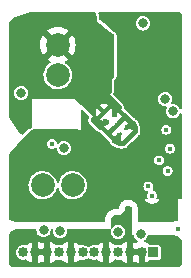
<source format=gbr>
%TF.GenerationSoftware,KiCad,Pcbnew,(6.0.5)*%
%TF.CreationDate,2023-11-22T15:12:11+07:00*%
%TF.ProjectId,lidar,6c696461-722e-46b6-9963-61645f706362,rev?*%
%TF.SameCoordinates,Original*%
%TF.FileFunction,Copper,L2,Inr*%
%TF.FilePolarity,Positive*%
%FSLAX46Y46*%
G04 Gerber Fmt 4.6, Leading zero omitted, Abs format (unit mm)*
G04 Created by KiCad (PCBNEW (6.0.5)) date 2023-11-22 15:12:11*
%MOMM*%
%LPD*%
G01*
G04 APERTURE LIST*
%TA.AperFunction,ComponentPad*%
%ADD10C,0.400000*%
%TD*%
%TA.AperFunction,ComponentPad*%
%ADD11R,0.850000X0.850000*%
%TD*%
%TA.AperFunction,ComponentPad*%
%ADD12O,0.850000X0.850000*%
%TD*%
%TA.AperFunction,ComponentPad*%
%ADD13C,2.000000*%
%TD*%
%TA.AperFunction,ViaPad*%
%ADD14C,0.400000*%
%TD*%
%TA.AperFunction,ViaPad*%
%ADD15C,0.800000*%
%TD*%
G04 APERTURE END LIST*
D10*
%TO.N,GND1*%
%TO.C,U1*%
X137275216Y-83724784D03*
X138000000Y-83000000D03*
X138724784Y-82275216D03*
X136921662Y-81921662D03*
X139078338Y-84078338D03*
%TD*%
D11*
%TO.N,/SCL_S*%
%TO.C,J1*%
X141100000Y-93800000D03*
D12*
%TO.N,GND3*%
X140100000Y-93800000D03*
X139100000Y-93800000D03*
%TO.N,/GP1*%
X138100000Y-93800000D03*
%TO.N,GND3*%
X137100000Y-93800000D03*
%TO.N,/VDD_EXT_3P3*%
X136100000Y-93800000D03*
%TO.N,/VSYNC_RST*%
X135100000Y-93800000D03*
%TO.N,GND3*%
X134100000Y-93800000D03*
%TO.N,/GP2*%
X133100000Y-93800000D03*
%TO.N,GND3*%
X132100000Y-93800000D03*
X131100000Y-93800000D03*
%TO.N,/SDA_S*%
X130100000Y-93800000D03*
%TD*%
D13*
%TO.N,GND1*%
%TO.C,D2*%
X133000000Y-76230000D03*
%TO.N,Net-(D2-Pad2)*%
X133000000Y-78770000D03*
%TD*%
%TO.N,/VDD_LED*%
%TO.C,D1*%
X131730000Y-88100000D03*
%TO.N,Net-(D1-PadC)*%
X134270000Y-88100000D03*
%TD*%
D14*
%TO.N,GND1*%
X139000000Y-83100000D03*
X137000000Y-82700000D03*
X137921662Y-84078338D03*
X137856274Y-81891352D03*
%TO.N,GND3*%
X143200000Y-91800000D03*
D15*
X140200000Y-74400000D03*
D14*
%TO.N,GND*%
X130600000Y-90900000D03*
D15*
X140200000Y-75600000D03*
D14*
X129400000Y-90400000D03*
X131700000Y-84300000D03*
D15*
X141000000Y-77500000D03*
D14*
X129400000Y-85700000D03*
X139800000Y-89000000D03*
X132600000Y-85700000D03*
D15*
%TO.N,/VDD_LED*%
X140026944Y-92226944D03*
X131800000Y-91900000D03*
D14*
%TO.N,GND2*%
X140979122Y-88979122D03*
D15*
X133513000Y-84979000D03*
%TO.N,/IOVDD_DUT*%
X142750000Y-81850000D03*
D14*
X140674500Y-88200000D03*
%TO.N,/SCL_S*%
X142500000Y-85000000D03*
%TO.N,/SDA_S*%
X132500000Y-84600000D03*
X142200000Y-83400000D03*
D15*
%TO.N,/GP1*%
X138100000Y-92050500D03*
D14*
X142300000Y-86900000D03*
%TO.N,/GP2*%
X141600000Y-86000000D03*
D15*
X133200000Y-92000000D03*
%TO.N,/VSYNC_RST*%
X142100000Y-80800000D03*
X129900000Y-80300000D03*
%TD*%
%TA.AperFunction,Conductor*%
%TO.N,GND*%
G36*
X133946903Y-83385602D02*
G01*
X133946904Y-83385602D01*
X135600000Y-83400000D01*
X136150000Y-83450000D01*
X138150000Y-85450000D01*
X138200000Y-88200000D01*
X138200000Y-88700000D01*
X137900000Y-88900000D01*
X137900000Y-89200000D01*
X137600000Y-89200000D01*
X137000000Y-89600000D01*
X137000000Y-91000000D01*
X136500000Y-91200000D01*
X129566262Y-91200000D01*
X129558307Y-91199680D01*
X129410046Y-91187728D01*
X129394355Y-91185182D01*
X129249894Y-91149629D01*
X129242285Y-91147428D01*
X129171640Y-91123880D01*
X129057335Y-91085778D01*
X129043122Y-91079772D01*
X128953969Y-91033597D01*
X128910994Y-90990047D01*
X128900500Y-90945689D01*
X128900500Y-88068440D01*
X130524770Y-88068440D01*
X130539200Y-88288604D01*
X130540316Y-88292997D01*
X130540316Y-88292999D01*
X130563873Y-88385754D01*
X130593511Y-88502452D01*
X130685883Y-88702821D01*
X130813222Y-88883002D01*
X130971264Y-89036961D01*
X131154717Y-89159540D01*
X131357436Y-89246635D01*
X131435165Y-89264223D01*
X131568206Y-89294328D01*
X131568211Y-89294329D01*
X131572632Y-89295329D01*
X131682865Y-89299660D01*
X131788565Y-89303813D01*
X131788566Y-89303813D01*
X131793098Y-89303991D01*
X132011452Y-89272331D01*
X132015751Y-89270872D01*
X132015754Y-89270871D01*
X132216078Y-89202870D01*
X132220379Y-89201410D01*
X132291944Y-89161332D01*
X132408925Y-89095819D01*
X132412884Y-89093602D01*
X132582518Y-88952518D01*
X132723602Y-88782884D01*
X132831410Y-88590379D01*
X132902331Y-88381452D01*
X132903763Y-88371575D01*
X132930826Y-88316700D01*
X132984976Y-88288213D01*
X133045528Y-88296995D01*
X133089353Y-88339691D01*
X133097691Y-88361414D01*
X133133511Y-88502452D01*
X133225883Y-88702821D01*
X133353222Y-88883002D01*
X133511264Y-89036961D01*
X133694717Y-89159540D01*
X133897436Y-89246635D01*
X133975165Y-89264223D01*
X134108206Y-89294328D01*
X134108211Y-89294329D01*
X134112632Y-89295329D01*
X134222865Y-89299660D01*
X134328565Y-89303813D01*
X134328566Y-89303813D01*
X134333098Y-89303991D01*
X134551452Y-89272331D01*
X134555751Y-89270872D01*
X134555754Y-89270871D01*
X134756078Y-89202870D01*
X134760379Y-89201410D01*
X134831944Y-89161332D01*
X134948925Y-89095819D01*
X134952884Y-89093602D01*
X135122518Y-88952518D01*
X135263602Y-88782884D01*
X135371410Y-88590379D01*
X135442331Y-88381452D01*
X135455156Y-88292999D01*
X135473571Y-88165997D01*
X135473571Y-88165991D01*
X135473991Y-88163098D01*
X135475643Y-88100000D01*
X135455454Y-87880289D01*
X135395565Y-87667936D01*
X135393557Y-87663864D01*
X135393555Y-87663859D01*
X135299988Y-87474125D01*
X135297980Y-87470053D01*
X135165967Y-87293267D01*
X135003949Y-87143499D01*
X134817350Y-87025764D01*
X134612421Y-86944006D01*
X134396024Y-86900962D01*
X134287347Y-86899539D01*
X134179946Y-86898133D01*
X134179941Y-86898133D01*
X134175406Y-86898074D01*
X134170933Y-86898843D01*
X134170928Y-86898843D01*
X133962435Y-86934668D01*
X133962429Y-86934670D01*
X133957957Y-86935438D01*
X133930176Y-86945687D01*
X133755220Y-87010231D01*
X133755217Y-87010232D01*
X133750957Y-87011804D01*
X133747054Y-87014126D01*
X133747052Y-87014127D01*
X133727492Y-87025764D01*
X133561341Y-87124614D01*
X133557926Y-87127609D01*
X133557923Y-87127611D01*
X133450036Y-87222225D01*
X133395457Y-87270090D01*
X133258863Y-87443360D01*
X133156131Y-87638620D01*
X133154787Y-87642949D01*
X133154786Y-87642952D01*
X133093402Y-87840641D01*
X133058089Y-87890608D01*
X133000151Y-87910276D01*
X132941718Y-87892132D01*
X132903572Y-87838157D01*
X132856798Y-87672308D01*
X132855565Y-87667936D01*
X132853557Y-87663864D01*
X132853555Y-87663859D01*
X132759988Y-87474125D01*
X132757980Y-87470053D01*
X132625967Y-87293267D01*
X132463949Y-87143499D01*
X132277350Y-87025764D01*
X132072421Y-86944006D01*
X131856024Y-86900962D01*
X131747347Y-86899539D01*
X131639946Y-86898133D01*
X131639941Y-86898133D01*
X131635406Y-86898074D01*
X131630933Y-86898843D01*
X131630928Y-86898843D01*
X131422435Y-86934668D01*
X131422429Y-86934670D01*
X131417957Y-86935438D01*
X131390176Y-86945687D01*
X131215220Y-87010231D01*
X131215217Y-87010232D01*
X131210957Y-87011804D01*
X131207054Y-87014126D01*
X131207052Y-87014127D01*
X131187492Y-87025764D01*
X131021341Y-87124614D01*
X131017926Y-87127609D01*
X131017923Y-87127611D01*
X130910036Y-87222225D01*
X130855457Y-87270090D01*
X130718863Y-87443360D01*
X130616131Y-87638620D01*
X130550703Y-87849333D01*
X130550169Y-87853843D01*
X130550169Y-87853844D01*
X130547039Y-87880289D01*
X130524770Y-88068440D01*
X128900500Y-88068440D01*
X128900500Y-85468305D01*
X128922504Y-85406075D01*
X129073030Y-85219835D01*
X129073784Y-85218915D01*
X129087986Y-85201769D01*
X129089529Y-85199950D01*
X129104161Y-85183127D01*
X129104950Y-85182231D01*
X129245493Y-85024523D01*
X129564051Y-84667056D01*
X129564390Y-84666678D01*
X129571181Y-84659142D01*
X129571835Y-84658423D01*
X129578844Y-84650815D01*
X129579146Y-84650489D01*
X129626173Y-84600000D01*
X132074258Y-84600000D01*
X132075477Y-84607697D01*
X132087270Y-84682154D01*
X132095095Y-84731562D01*
X132098631Y-84738501D01*
X132098631Y-84738502D01*
X132141297Y-84822238D01*
X132155567Y-84850245D01*
X132249755Y-84944433D01*
X132256692Y-84947968D01*
X132256694Y-84947969D01*
X132330224Y-84985434D01*
X132368438Y-85004905D01*
X132376131Y-85006124D01*
X132376133Y-85006124D01*
X132492303Y-85024523D01*
X132500000Y-85025742D01*
X132507697Y-85024523D01*
X132623867Y-85006124D01*
X132623869Y-85006124D01*
X132631562Y-85004905D01*
X132669776Y-84985434D01*
X132743302Y-84947971D01*
X132743305Y-84947969D01*
X132750245Y-84944433D01*
X132755096Y-84939582D01*
X132812838Y-84920821D01*
X132871029Y-84939728D01*
X132906993Y-84989228D01*
X132910991Y-85006899D01*
X132927956Y-85135762D01*
X132988464Y-85281841D01*
X133084718Y-85407282D01*
X133210159Y-85503536D01*
X133356238Y-85564044D01*
X133513000Y-85584682D01*
X133669762Y-85564044D01*
X133815841Y-85503536D01*
X133941282Y-85407282D01*
X134037536Y-85281841D01*
X134098044Y-85135762D01*
X134115737Y-85001369D01*
X134117835Y-84985434D01*
X134118682Y-84979000D01*
X134098044Y-84822238D01*
X134037536Y-84676159D01*
X133941282Y-84550718D01*
X133815841Y-84454464D01*
X133669762Y-84393956D01*
X133513000Y-84373318D01*
X133356238Y-84393956D01*
X133210159Y-84454464D01*
X133084718Y-84550718D01*
X133080764Y-84555871D01*
X133078294Y-84558341D01*
X133023777Y-84586118D01*
X132963345Y-84576547D01*
X132920080Y-84533282D01*
X132910509Y-84503822D01*
X132906124Y-84476134D01*
X132906124Y-84476133D01*
X132904905Y-84468438D01*
X132844433Y-84349755D01*
X132750245Y-84255567D01*
X132743308Y-84252032D01*
X132743306Y-84252031D01*
X132638502Y-84198631D01*
X132638501Y-84198631D01*
X132631562Y-84195095D01*
X132623869Y-84193876D01*
X132623867Y-84193876D01*
X132507697Y-84175477D01*
X132500000Y-84174258D01*
X132492303Y-84175477D01*
X132376133Y-84193876D01*
X132376131Y-84193876D01*
X132368438Y-84195095D01*
X132361499Y-84198631D01*
X132361498Y-84198631D01*
X132256694Y-84252031D01*
X132256692Y-84252032D01*
X132249755Y-84255567D01*
X132155567Y-84349755D01*
X132095095Y-84468438D01*
X132093876Y-84476131D01*
X132093876Y-84476133D01*
X132076457Y-84586118D01*
X132074258Y-84600000D01*
X129626173Y-84600000D01*
X130479338Y-83684026D01*
X130486712Y-83676890D01*
X130631099Y-83550970D01*
X130647854Y-83539171D01*
X130810581Y-83448193D01*
X130829403Y-83440101D01*
X131007364Y-83384585D01*
X131027456Y-83380539D01*
X131218187Y-83362367D01*
X131228439Y-83361925D01*
X133946903Y-83385602D01*
G37*
%TD.AperFunction*%
%TD*%
%TA.AperFunction,Conductor*%
%TO.N,GND1*%
G36*
X135910854Y-73401719D02*
G01*
X136008119Y-73417124D01*
X136037577Y-73426696D01*
X136121142Y-73469275D01*
X136146201Y-73487480D01*
X136212520Y-73553799D01*
X136230725Y-73578858D01*
X136273304Y-73662423D01*
X136282876Y-73691881D01*
X136299661Y-73797857D01*
X136300000Y-73800353D01*
X136300000Y-74200000D01*
X136614524Y-74447126D01*
X136614527Y-74447129D01*
X137113731Y-74839360D01*
X137651861Y-75262177D01*
X137654118Y-75264005D01*
X137696570Y-75299461D01*
X137700960Y-75303357D01*
X137728892Y-75329669D01*
X137741005Y-75341079D01*
X137755437Y-75358138D01*
X137776064Y-75389008D01*
X137790847Y-75424696D01*
X137798098Y-75461150D01*
X137800000Y-75480464D01*
X137800000Y-78748827D01*
X137798098Y-78768140D01*
X137777853Y-78869921D01*
X137763071Y-78905608D01*
X137700000Y-79000000D01*
X137600000Y-79100000D01*
X137600000Y-80048827D01*
X137598098Y-80068140D01*
X137577853Y-80169921D01*
X137563071Y-80205608D01*
X137500000Y-80300000D01*
X137400000Y-80400000D01*
X137496493Y-80503386D01*
X137496494Y-80503387D01*
X137500821Y-80508023D01*
X138420808Y-81493723D01*
X138446691Y-81549165D01*
X138435042Y-81609231D01*
X138409620Y-81633921D01*
X138410767Y-81635056D01*
X138391658Y-81654366D01*
X138396798Y-81664388D01*
X138724784Y-81992373D01*
X139339093Y-82606683D01*
X139350979Y-82612739D01*
X139354473Y-82612186D01*
X139414905Y-82621758D01*
X139439963Y-82639963D01*
X139496565Y-82696565D01*
X139503089Y-82703764D01*
X139616928Y-82842478D01*
X139627710Y-82858615D01*
X139709997Y-83012563D01*
X139717424Y-83030491D01*
X139768099Y-83197544D01*
X139771884Y-83216575D01*
X139788993Y-83390297D01*
X139788993Y-83409703D01*
X139771884Y-83583425D01*
X139768098Y-83602458D01*
X139743006Y-83685175D01*
X139738692Y-83683866D01*
X139729493Y-83714157D01*
X139698908Y-83742606D01*
X139693981Y-83745537D01*
X139078338Y-84361181D01*
X138750578Y-84688940D01*
X138745765Y-84698387D01*
X138702501Y-84741653D01*
X138686850Y-84748010D01*
X138598011Y-84775532D01*
X138579232Y-84779406D01*
X138405792Y-84797935D01*
X138386625Y-84798116D01*
X138289064Y-84789551D01*
X138212867Y-84782862D01*
X138194018Y-84779343D01*
X138026464Y-84730880D01*
X138008647Y-84723793D01*
X137853581Y-84643940D01*
X137837466Y-84633554D01*
X137696899Y-84522295D01*
X137689684Y-84515991D01*
X137633856Y-84462231D01*
X137605055Y-84408248D01*
X137604828Y-84374921D01*
X137609290Y-84347672D01*
X137603168Y-84335578D01*
X136993170Y-83725581D01*
X137563091Y-83725581D01*
X137563888Y-83730613D01*
X137889524Y-84056250D01*
X137899676Y-84061423D01*
X137905220Y-84055879D01*
X137961888Y-83914911D01*
X137964955Y-83903464D01*
X137980571Y-83793744D01*
X138007489Y-83738798D01*
X138061562Y-83710168D01*
X138068230Y-83709237D01*
X138080367Y-83707961D01*
X138235769Y-83672369D01*
X138246919Y-83668355D01*
X138304258Y-83639516D01*
X138364739Y-83630261D01*
X138419110Y-83658324D01*
X138446602Y-83712985D01*
X138440978Y-83763922D01*
X138389712Y-83895411D01*
X138386765Y-83906888D01*
X138365957Y-84064949D01*
X138365832Y-84076807D01*
X138383327Y-84235264D01*
X138386034Y-84246805D01*
X138440821Y-84396519D01*
X138445911Y-84406510D01*
X138456213Y-84414588D01*
X138456327Y-84414592D01*
X138463398Y-84410436D01*
X139078338Y-83795495D01*
X139406137Y-83467697D01*
X139411435Y-83457299D01*
X139403718Y-83449460D01*
X139339200Y-83415301D01*
X139328136Y-83411054D01*
X139173516Y-83372216D01*
X139161759Y-83370731D01*
X139002331Y-83369896D01*
X138990563Y-83371258D01*
X138835538Y-83408475D01*
X138824431Y-83412606D01*
X138774308Y-83438476D01*
X138713927Y-83448364D01*
X138659266Y-83420872D01*
X138631203Y-83366502D01*
X138637046Y-83313577D01*
X138686672Y-83190127D01*
X138689739Y-83178680D01*
X138705355Y-83068960D01*
X138732273Y-83014014D01*
X138786346Y-82985384D01*
X138793014Y-82984453D01*
X138805151Y-82983177D01*
X138960553Y-82947585D01*
X138971703Y-82943571D01*
X139049910Y-82904237D01*
X139057940Y-82896290D01*
X139052738Y-82886013D01*
X138735870Y-82569145D01*
X138723987Y-82563091D01*
X138718955Y-82563887D01*
X138337289Y-82945553D01*
X138000000Y-83282843D01*
X137612505Y-83670337D01*
X137569146Y-83713696D01*
X137563091Y-83725581D01*
X136993170Y-83725581D01*
X136992373Y-83724784D01*
X136661339Y-83393749D01*
X136649456Y-83387695D01*
X136648788Y-83387800D01*
X136648406Y-83388132D01*
X136592064Y-83411990D01*
X136532459Y-83398174D01*
X136514853Y-83384673D01*
X136330211Y-83206870D01*
X135859910Y-82753987D01*
X135847186Y-82739031D01*
X135832042Y-82717157D01*
X135817368Y-82695962D01*
X135801902Y-82660067D01*
X135793158Y-82618665D01*
X135792789Y-82579582D01*
X135799830Y-82542827D01*
X136588521Y-82542827D01*
X136596011Y-82550516D01*
X136653870Y-82581931D01*
X136664889Y-82586293D01*
X136819101Y-82626750D01*
X136830834Y-82628357D01*
X136990248Y-82630861D01*
X137002028Y-82629623D01*
X137157431Y-82594031D01*
X137168581Y-82590017D01*
X137225920Y-82561178D01*
X137286401Y-82551923D01*
X137340772Y-82579986D01*
X137368264Y-82634647D01*
X137362640Y-82685584D01*
X137311374Y-82817073D01*
X137308427Y-82828550D01*
X137295038Y-82930250D01*
X137268697Y-82985475D01*
X137214926Y-83014670D01*
X137205127Y-83015545D01*
X137205140Y-83015656D01*
X137187441Y-83017704D01*
X137032416Y-83054921D01*
X137021312Y-83059050D01*
X136950169Y-83095771D01*
X136942090Y-83103934D01*
X136947230Y-83113956D01*
X137264128Y-83430853D01*
X137276014Y-83436909D01*
X137281045Y-83436113D01*
X137662711Y-83054447D01*
X138000000Y-82717157D01*
X138387495Y-82329663D01*
X138430854Y-82286304D01*
X138436909Y-82274419D01*
X138436112Y-82269387D01*
X138110910Y-81944184D01*
X138099023Y-81938127D01*
X138098355Y-81938233D01*
X138095879Y-81940381D01*
X138094068Y-81943758D01*
X138036158Y-82092289D01*
X138033211Y-82103766D01*
X138019822Y-82205466D01*
X137993481Y-82260691D01*
X137939710Y-82289886D01*
X137929911Y-82290761D01*
X137929924Y-82290872D01*
X137912225Y-82292920D01*
X137757200Y-82330137D01*
X137746093Y-82334268D01*
X137695970Y-82360138D01*
X137635589Y-82370026D01*
X137580928Y-82342534D01*
X137552865Y-82288164D01*
X137558708Y-82235239D01*
X137608334Y-82111789D01*
X137611401Y-82100342D01*
X137634248Y-81939816D01*
X137634740Y-81933353D01*
X137634828Y-81924894D01*
X137634473Y-81918450D01*
X137614992Y-81757462D01*
X137612166Y-81745959D01*
X137555812Y-81596822D01*
X137553092Y-81591620D01*
X137544352Y-81584914D01*
X137543957Y-81584904D01*
X137537304Y-81588862D01*
X137204505Y-81921662D01*
X136921662Y-82204505D01*
X136593903Y-82532263D01*
X136588521Y-82542827D01*
X135799830Y-82542827D01*
X135800750Y-82538023D01*
X135815537Y-82501841D01*
X135850000Y-82450000D01*
X136000000Y-82300000D01*
X135620131Y-81920131D01*
X136209156Y-81920131D01*
X136226651Y-82078588D01*
X136229358Y-82090129D01*
X136284145Y-82239843D01*
X136289235Y-82249834D01*
X136299537Y-82257912D01*
X136299651Y-82257916D01*
X136306723Y-82253759D01*
X136627731Y-81932750D01*
X136633787Y-81920864D01*
X136632991Y-81915833D01*
X136307788Y-81590630D01*
X136295901Y-81584573D01*
X136295233Y-81584679D01*
X136292757Y-81586827D01*
X136290946Y-81590204D01*
X136233036Y-81738735D01*
X136230089Y-81750212D01*
X136209281Y-81908273D01*
X136209156Y-81920131D01*
X135620131Y-81920131D01*
X135000812Y-81300812D01*
X136588536Y-81300812D01*
X136593676Y-81310834D01*
X136910574Y-81627731D01*
X136922460Y-81633787D01*
X136927491Y-81632991D01*
X137249458Y-81311024D01*
X137254758Y-81300623D01*
X137247042Y-81292784D01*
X137182524Y-81258625D01*
X137171460Y-81254378D01*
X137016840Y-81215540D01*
X137005083Y-81214055D01*
X136845655Y-81213220D01*
X136833887Y-81214582D01*
X136678862Y-81251799D01*
X136667758Y-81255928D01*
X136596615Y-81292649D01*
X136588536Y-81300812D01*
X135000812Y-81300812D01*
X134500000Y-80800000D01*
X130800000Y-80800000D01*
X130800000Y-83163855D01*
X130781093Y-83222046D01*
X130740105Y-83254805D01*
X130729415Y-83259401D01*
X130710298Y-83268823D01*
X130646145Y-83304690D01*
X130548706Y-83359166D01*
X130548693Y-83359173D01*
X130547571Y-83359801D01*
X130529533Y-83371152D01*
X130512778Y-83382951D01*
X130510584Y-83384673D01*
X130497055Y-83395289D01*
X130497045Y-83395297D01*
X130496031Y-83396093D01*
X130351644Y-83522013D01*
X130343804Y-83529216D01*
X130336430Y-83536352D01*
X130328963Y-83543963D01*
X130328529Y-83544429D01*
X130328506Y-83544453D01*
X130239962Y-83639516D01*
X130100985Y-83788725D01*
X130047490Y-83818418D01*
X129986756Y-83810997D01*
X129980908Y-83808034D01*
X129894269Y-83760458D01*
X129877916Y-83749207D01*
X129787252Y-83672369D01*
X129767768Y-83655856D01*
X129753988Y-83641568D01*
X129745088Y-83630261D01*
X129708219Y-83583425D01*
X129661595Y-83524195D01*
X129655847Y-83516087D01*
X128982326Y-82457031D01*
X128977783Y-82449100D01*
X128911419Y-82319765D01*
X128900500Y-82274569D01*
X128900500Y-80300000D01*
X129294318Y-80300000D01*
X129314956Y-80456762D01*
X129375464Y-80602841D01*
X129471718Y-80728282D01*
X129597159Y-80824536D01*
X129743238Y-80885044D01*
X129900000Y-80905682D01*
X130056762Y-80885044D01*
X130202841Y-80824536D01*
X130328282Y-80728282D01*
X130424536Y-80602841D01*
X130485044Y-80456762D01*
X130505682Y-80300000D01*
X130485044Y-80143238D01*
X130424536Y-79997159D01*
X130328282Y-79871718D01*
X130202841Y-79775464D01*
X130056762Y-79714956D01*
X129900000Y-79694318D01*
X129743238Y-79714956D01*
X129597159Y-79775464D01*
X129471718Y-79871718D01*
X129375464Y-79997159D01*
X129314956Y-80143238D01*
X129294318Y-80300000D01*
X128900500Y-80300000D01*
X128900500Y-78738440D01*
X131794770Y-78738440D01*
X131800428Y-78824760D01*
X131805727Y-78905608D01*
X131809200Y-78958604D01*
X131810316Y-78962997D01*
X131810316Y-78962999D01*
X131833873Y-79055754D01*
X131863511Y-79172452D01*
X131955883Y-79372821D01*
X132083222Y-79553002D01*
X132241264Y-79706961D01*
X132424717Y-79829540D01*
X132627436Y-79916635D01*
X132705165Y-79934223D01*
X132838206Y-79964328D01*
X132838211Y-79964329D01*
X132842632Y-79965329D01*
X132952865Y-79969660D01*
X133058565Y-79973813D01*
X133058566Y-79973813D01*
X133063098Y-79973991D01*
X133281452Y-79942331D01*
X133285751Y-79940872D01*
X133285754Y-79940871D01*
X133486078Y-79872870D01*
X133490379Y-79871410D01*
X133496890Y-79867764D01*
X133661703Y-79775464D01*
X133682884Y-79763602D01*
X133852518Y-79622518D01*
X133993602Y-79452884D01*
X134101410Y-79260379D01*
X134172331Y-79051452D01*
X134185156Y-78962999D01*
X134203571Y-78835997D01*
X134203571Y-78835991D01*
X134203991Y-78833098D01*
X134205643Y-78770000D01*
X134203698Y-78748827D01*
X134185869Y-78554809D01*
X134185454Y-78550289D01*
X134125565Y-78337936D01*
X134123557Y-78333864D01*
X134123555Y-78333859D01*
X134029988Y-78144125D01*
X134027980Y-78140053D01*
X133895967Y-77963267D01*
X133867658Y-77937098D01*
X133737279Y-77816577D01*
X133737278Y-77816576D01*
X133733949Y-77813499D01*
X133651415Y-77761424D01*
X133612291Y-77714382D01*
X133608289Y-77653328D01*
X133640938Y-77601582D01*
X133666359Y-77586232D01*
X133683142Y-77579281D01*
X133690056Y-77575758D01*
X133860523Y-77471294D01*
X133868796Y-77461608D01*
X133864212Y-77453422D01*
X133011086Y-76600296D01*
X132999203Y-76594242D01*
X132994172Y-76595038D01*
X132137194Y-77452016D01*
X132131412Y-77463365D01*
X132137783Y-77470256D01*
X132309950Y-77575762D01*
X132316859Y-77579282D01*
X132332746Y-77585863D01*
X132379271Y-77625601D01*
X132393553Y-77685096D01*
X132370137Y-77741623D01*
X132345476Y-77762407D01*
X132291341Y-77794614D01*
X132287926Y-77797609D01*
X132287923Y-77797611D01*
X132180036Y-77892225D01*
X132125457Y-77940090D01*
X132122649Y-77943652D01*
X131994916Y-78105682D01*
X131988863Y-78113360D01*
X131886131Y-78308620D01*
X131820703Y-78519333D01*
X131820169Y-78523843D01*
X131820169Y-78523844D01*
X131817039Y-78550289D01*
X131794770Y-78738440D01*
X128900500Y-78738440D01*
X128900500Y-76233875D01*
X131487642Y-76233875D01*
X131505655Y-76462763D01*
X131506866Y-76470406D01*
X131560465Y-76693662D01*
X131562859Y-76701030D01*
X131650719Y-76913144D01*
X131654238Y-76920050D01*
X131758706Y-77090523D01*
X131768392Y-77098796D01*
X131776578Y-77094212D01*
X132629704Y-76241086D01*
X132634946Y-76230797D01*
X133364242Y-76230797D01*
X133365038Y-76235828D01*
X134222016Y-77092806D01*
X134233365Y-77098588D01*
X134240256Y-77092217D01*
X134345762Y-76920050D01*
X134349281Y-76913144D01*
X134437141Y-76701030D01*
X134439535Y-76693662D01*
X134493134Y-76470406D01*
X134494345Y-76462763D01*
X134512358Y-76233875D01*
X134512358Y-76226125D01*
X134494345Y-75997237D01*
X134493134Y-75989594D01*
X134439535Y-75766338D01*
X134437141Y-75758970D01*
X134349281Y-75546856D01*
X134345762Y-75539950D01*
X134241294Y-75369477D01*
X134231608Y-75361204D01*
X134223422Y-75365788D01*
X133370296Y-76218914D01*
X133364242Y-76230797D01*
X132634946Y-76230797D01*
X132635758Y-76229203D01*
X132634962Y-76224172D01*
X131777984Y-75367194D01*
X131766635Y-75361412D01*
X131759744Y-75367783D01*
X131654238Y-75539950D01*
X131650719Y-75546856D01*
X131562859Y-75758970D01*
X131560465Y-75766338D01*
X131506866Y-75989594D01*
X131505655Y-75997237D01*
X131487642Y-76226125D01*
X131487642Y-76233875D01*
X128900500Y-76233875D01*
X128900500Y-74998392D01*
X132131204Y-74998392D01*
X132135788Y-75006578D01*
X132988914Y-75859704D01*
X133000797Y-75865758D01*
X133005828Y-75864962D01*
X133862806Y-75007984D01*
X133868588Y-74996635D01*
X133862217Y-74989744D01*
X133690050Y-74884238D01*
X133683144Y-74880719D01*
X133471030Y-74792859D01*
X133463662Y-74790465D01*
X133240406Y-74736866D01*
X133232763Y-74735655D01*
X133003875Y-74717642D01*
X132996125Y-74717642D01*
X132767237Y-74735655D01*
X132759594Y-74736866D01*
X132536338Y-74790465D01*
X132528970Y-74792859D01*
X132316856Y-74880719D01*
X132309950Y-74884238D01*
X132139477Y-74988706D01*
X132131204Y-74998392D01*
X128900500Y-74998392D01*
X128900500Y-74309491D01*
X128913314Y-74260777D01*
X128913353Y-74260708D01*
X128924884Y-74244401D01*
X129047821Y-74103249D01*
X129062876Y-74089220D01*
X129212333Y-73976538D01*
X129229959Y-73965927D01*
X129404189Y-73884376D01*
X129413736Y-73880500D01*
X130636991Y-73456502D01*
X130644897Y-73454126D01*
X130794315Y-73415935D01*
X130810582Y-73413195D01*
X130958299Y-73400844D01*
X130966548Y-73400500D01*
X135895367Y-73400500D01*
X135910854Y-73401719D01*
G37*
%TD.AperFunction*%
%TD*%
%TA.AperFunction,Conductor*%
%TO.N,GND3*%
G36*
X139009561Y-89837413D02*
G01*
X139050658Y-89845587D01*
X139095492Y-89854505D01*
X139131178Y-89869287D01*
X139151927Y-89883151D01*
X139195759Y-89912439D01*
X139223072Y-89939752D01*
X139248821Y-89978287D01*
X139266223Y-90004331D01*
X139281006Y-90040020D01*
X139298098Y-90125950D01*
X139300000Y-90145263D01*
X139300000Y-92335511D01*
X139435555Y-92335511D01*
X139441900Y-92383706D01*
X139502408Y-92529785D01*
X139598662Y-92655226D01*
X139724103Y-92751480D01*
X139730100Y-92753964D01*
X139737622Y-92757080D01*
X139784148Y-92796816D01*
X139798432Y-92856310D01*
X139775018Y-92912839D01*
X139740004Y-92938985D01*
X139640267Y-92983391D01*
X139579417Y-92989787D01*
X139559733Y-92983391D01*
X139394639Y-92909886D01*
X139384830Y-92906699D01*
X139369338Y-92903406D01*
X139356250Y-92904782D01*
X139354000Y-92913179D01*
X139354000Y-93530320D01*
X139358122Y-93543005D01*
X139362243Y-93546000D01*
X140255000Y-93546000D01*
X140313191Y-93564907D01*
X140349155Y-93614407D01*
X140354000Y-93645000D01*
X140354000Y-94684174D01*
X140358067Y-94696690D01*
X140366746Y-94697145D01*
X140384830Y-94693301D01*
X140394639Y-94690114D01*
X140564336Y-94614560D01*
X140573261Y-94609407D01*
X140723540Y-94500223D01*
X140731215Y-94493312D01*
X140762780Y-94458256D01*
X140815768Y-94427663D01*
X140836351Y-94425500D01*
X141544748Y-94425500D01*
X141570995Y-94420279D01*
X141593666Y-94415770D01*
X141593668Y-94415769D01*
X141603231Y-94413867D01*
X141669552Y-94369552D01*
X141713867Y-94303231D01*
X141725500Y-94244748D01*
X141725500Y-93355252D01*
X141713867Y-93296769D01*
X141669552Y-93230448D01*
X141603231Y-93186133D01*
X141593668Y-93184231D01*
X141593666Y-93184230D01*
X141570995Y-93179721D01*
X141544748Y-93174500D01*
X140836351Y-93174500D01*
X140778160Y-93155593D01*
X140762780Y-93141744D01*
X140731215Y-93106688D01*
X140723540Y-93099777D01*
X140573261Y-92990593D01*
X140564336Y-92985440D01*
X140394640Y-92909887D01*
X140383009Y-92906108D01*
X140333508Y-92870145D01*
X140314600Y-92811954D01*
X140333506Y-92753763D01*
X140353333Y-92733411D01*
X140450073Y-92659180D01*
X140455226Y-92655226D01*
X140551480Y-92529785D01*
X140595076Y-92424536D01*
X140606637Y-92396625D01*
X140646374Y-92350100D01*
X140698101Y-92335511D01*
X142695139Y-92335511D01*
X142704843Y-92335988D01*
X142885388Y-92353770D01*
X142904418Y-92357556D01*
X142969409Y-92377270D01*
X143073353Y-92408801D01*
X143091283Y-92416228D01*
X143246969Y-92499444D01*
X143263106Y-92510226D01*
X143399573Y-92622221D01*
X143413290Y-92635938D01*
X143477028Y-92713603D01*
X143499500Y-92776408D01*
X143499500Y-94759103D01*
X143477028Y-94821908D01*
X143413290Y-94899573D01*
X143399573Y-94913290D01*
X143321908Y-94977028D01*
X143259103Y-94999500D01*
X129140897Y-94999500D01*
X129078092Y-94977028D01*
X129000427Y-94913290D01*
X128986710Y-94899573D01*
X128922972Y-94821908D01*
X128900500Y-94759103D01*
X128900500Y-93793402D01*
X129469941Y-93793402D01*
X129486554Y-93943883D01*
X129488606Y-93949490D01*
X129536530Y-94080451D01*
X129536532Y-94080455D01*
X129538582Y-94086057D01*
X129623022Y-94211716D01*
X129627434Y-94215731D01*
X129627437Y-94215734D01*
X129713083Y-94293666D01*
X129734998Y-94313607D01*
X129793137Y-94345174D01*
X129862801Y-94382999D01*
X129862803Y-94383000D01*
X129868047Y-94385847D01*
X129944798Y-94405982D01*
X130008717Y-94422751D01*
X130008721Y-94422751D01*
X130014486Y-94424264D01*
X130020447Y-94424358D01*
X130020450Y-94424358D01*
X130090175Y-94425453D01*
X130165863Y-94426642D01*
X130171679Y-94425310D01*
X130310499Y-94393516D01*
X130371442Y-94398955D01*
X130406173Y-94423773D01*
X130468790Y-94493317D01*
X130476460Y-94500223D01*
X130626739Y-94609407D01*
X130635664Y-94614560D01*
X130805361Y-94690114D01*
X130815170Y-94693301D01*
X130830662Y-94696594D01*
X130843750Y-94695218D01*
X130846000Y-94686821D01*
X130846000Y-94684174D01*
X131354000Y-94684174D01*
X131358067Y-94696690D01*
X131366746Y-94697145D01*
X131384830Y-94693301D01*
X131394639Y-94690114D01*
X131559733Y-94616609D01*
X131620583Y-94610213D01*
X131640267Y-94616609D01*
X131805361Y-94690114D01*
X131815170Y-94693301D01*
X131830662Y-94696594D01*
X131843750Y-94695218D01*
X131846000Y-94686821D01*
X131846000Y-94684174D01*
X132354000Y-94684174D01*
X132358067Y-94696690D01*
X132366746Y-94697145D01*
X132384830Y-94693301D01*
X132394639Y-94690114D01*
X132564336Y-94614560D01*
X132573261Y-94609407D01*
X132723540Y-94500223D01*
X132731210Y-94493317D01*
X132795276Y-94422164D01*
X132848264Y-94391571D01*
X132893969Y-94392648D01*
X132974854Y-94413867D01*
X133014486Y-94424264D01*
X133020447Y-94424358D01*
X133020450Y-94424358D01*
X133090175Y-94425453D01*
X133165863Y-94426642D01*
X133171679Y-94425310D01*
X133310499Y-94393516D01*
X133371442Y-94398955D01*
X133406173Y-94423773D01*
X133468790Y-94493317D01*
X133476460Y-94500223D01*
X133626739Y-94609407D01*
X133635664Y-94614560D01*
X133805361Y-94690114D01*
X133815170Y-94693301D01*
X133830662Y-94696594D01*
X133843750Y-94695218D01*
X133846000Y-94686821D01*
X133846000Y-94684174D01*
X134354000Y-94684174D01*
X134358067Y-94696690D01*
X134366746Y-94697145D01*
X134384830Y-94693301D01*
X134394639Y-94690114D01*
X134564336Y-94614560D01*
X134573261Y-94609407D01*
X134723540Y-94500223D01*
X134731210Y-94493317D01*
X134795276Y-94422164D01*
X134848264Y-94391571D01*
X134893969Y-94392648D01*
X134974854Y-94413867D01*
X135014486Y-94424264D01*
X135020447Y-94424358D01*
X135020450Y-94424358D01*
X135090175Y-94425453D01*
X135165863Y-94426642D01*
X135171679Y-94425310D01*
X135307614Y-94394177D01*
X135307617Y-94394176D01*
X135313437Y-94392843D01*
X135324337Y-94387361D01*
X135443355Y-94327502D01*
X135443357Y-94327501D01*
X135448689Y-94324819D01*
X135536364Y-94249937D01*
X135592891Y-94226522D01*
X135652386Y-94240805D01*
X135667280Y-94251988D01*
X135734998Y-94313607D01*
X135793137Y-94345174D01*
X135862801Y-94382999D01*
X135862803Y-94383000D01*
X135868047Y-94385847D01*
X135944798Y-94405982D01*
X136008717Y-94422751D01*
X136008721Y-94422751D01*
X136014486Y-94424264D01*
X136020447Y-94424358D01*
X136020450Y-94424358D01*
X136090175Y-94425453D01*
X136165863Y-94426642D01*
X136171679Y-94425310D01*
X136310499Y-94393516D01*
X136371442Y-94398955D01*
X136406173Y-94423773D01*
X136468790Y-94493317D01*
X136476460Y-94500223D01*
X136626739Y-94609407D01*
X136635664Y-94614560D01*
X136805361Y-94690114D01*
X136815170Y-94693301D01*
X136830662Y-94696594D01*
X136843750Y-94695218D01*
X136846000Y-94686821D01*
X136846000Y-94684174D01*
X137354000Y-94684174D01*
X137358067Y-94696690D01*
X137366746Y-94697145D01*
X137384830Y-94693301D01*
X137394639Y-94690114D01*
X137564336Y-94614560D01*
X137573261Y-94609407D01*
X137723540Y-94500223D01*
X137731210Y-94493317D01*
X137795276Y-94422164D01*
X137848264Y-94391571D01*
X137893969Y-94392648D01*
X137974854Y-94413867D01*
X138014486Y-94424264D01*
X138020447Y-94424358D01*
X138020450Y-94424358D01*
X138090175Y-94425453D01*
X138165863Y-94426642D01*
X138171679Y-94425310D01*
X138310499Y-94393516D01*
X138371442Y-94398955D01*
X138406173Y-94423773D01*
X138468790Y-94493317D01*
X138476460Y-94500223D01*
X138626739Y-94609407D01*
X138635664Y-94614560D01*
X138805361Y-94690114D01*
X138815170Y-94693301D01*
X138830662Y-94696594D01*
X138843750Y-94695218D01*
X138846000Y-94686821D01*
X138846000Y-94684174D01*
X139354000Y-94684174D01*
X139358067Y-94696690D01*
X139366746Y-94697145D01*
X139384830Y-94693301D01*
X139394639Y-94690114D01*
X139559733Y-94616609D01*
X139620583Y-94610213D01*
X139640267Y-94616609D01*
X139805361Y-94690114D01*
X139815170Y-94693301D01*
X139830662Y-94696594D01*
X139843750Y-94695218D01*
X139846000Y-94686821D01*
X139846000Y-94069680D01*
X139841878Y-94056995D01*
X139837757Y-94054000D01*
X139369680Y-94054000D01*
X139356995Y-94058122D01*
X139354000Y-94062243D01*
X139354000Y-94684174D01*
X138846000Y-94684174D01*
X138846000Y-92915826D01*
X138841933Y-92903310D01*
X138833254Y-92902855D01*
X138815170Y-92906699D01*
X138805361Y-92909886D01*
X138635671Y-92985437D01*
X138626732Y-92990598D01*
X138476465Y-93099773D01*
X138468785Y-93106688D01*
X138405140Y-93177373D01*
X138352152Y-93207966D01*
X138307451Y-93207146D01*
X138184762Y-93176328D01*
X138184759Y-93176328D01*
X138178972Y-93174874D01*
X138103276Y-93174478D01*
X138033545Y-93174113D01*
X138033543Y-93174113D01*
X138027579Y-93174082D01*
X138021776Y-93175475D01*
X138021777Y-93175475D01*
X137891058Y-93206857D01*
X137830061Y-93202056D01*
X137794375Y-93176835D01*
X137731215Y-93106687D01*
X137723540Y-93099777D01*
X137573261Y-92990593D01*
X137564336Y-92985440D01*
X137394639Y-92909886D01*
X137384830Y-92906699D01*
X137369338Y-92903406D01*
X137356250Y-92904782D01*
X137354000Y-92913179D01*
X137354000Y-94684174D01*
X136846000Y-94684174D01*
X136846000Y-92915826D01*
X136841933Y-92903310D01*
X136833254Y-92902855D01*
X136815170Y-92906699D01*
X136805361Y-92909886D01*
X136635671Y-92985437D01*
X136626732Y-92990598D01*
X136476465Y-93099773D01*
X136468785Y-93106688D01*
X136405140Y-93177373D01*
X136352152Y-93207966D01*
X136307451Y-93207146D01*
X136184762Y-93176328D01*
X136184759Y-93176328D01*
X136178972Y-93174874D01*
X136103276Y-93174478D01*
X136033545Y-93174113D01*
X136033543Y-93174113D01*
X136027579Y-93174082D01*
X136021776Y-93175475D01*
X136021777Y-93175475D01*
X135889856Y-93207146D01*
X135880367Y-93209424D01*
X135870434Y-93214551D01*
X135751141Y-93276122D01*
X135751139Y-93276124D01*
X135745835Y-93278861D01*
X135734602Y-93288660D01*
X135664860Y-93349500D01*
X135608581Y-93373505D01*
X135548939Y-93359845D01*
X135533923Y-93348815D01*
X135499709Y-93318332D01*
X135459603Y-93282599D01*
X135325805Y-93211757D01*
X135320017Y-93210303D01*
X135320014Y-93210302D01*
X135216219Y-93184230D01*
X135178972Y-93174874D01*
X135103276Y-93174478D01*
X135033545Y-93174113D01*
X135033543Y-93174113D01*
X135027579Y-93174082D01*
X135021776Y-93175475D01*
X135021777Y-93175475D01*
X134891058Y-93206857D01*
X134830061Y-93202056D01*
X134794375Y-93176835D01*
X134731215Y-93106687D01*
X134723540Y-93099777D01*
X134573261Y-92990593D01*
X134564336Y-92985440D01*
X134394639Y-92909886D01*
X134384830Y-92906699D01*
X134369338Y-92903406D01*
X134356250Y-92904782D01*
X134354000Y-92913179D01*
X134354000Y-94684174D01*
X133846000Y-94684174D01*
X133846000Y-92915826D01*
X133841933Y-92903310D01*
X133833254Y-92902855D01*
X133815170Y-92906699D01*
X133805361Y-92909886D01*
X133635671Y-92985437D01*
X133626732Y-92990598D01*
X133476465Y-93099773D01*
X133468785Y-93106688D01*
X133405140Y-93177373D01*
X133352152Y-93207966D01*
X133307451Y-93207146D01*
X133184762Y-93176328D01*
X133184759Y-93176328D01*
X133178972Y-93174874D01*
X133103276Y-93174478D01*
X133033545Y-93174113D01*
X133033543Y-93174113D01*
X133027579Y-93174082D01*
X133021776Y-93175475D01*
X133021777Y-93175475D01*
X132891058Y-93206857D01*
X132830061Y-93202056D01*
X132794375Y-93176835D01*
X132731215Y-93106687D01*
X132723540Y-93099777D01*
X132573261Y-92990593D01*
X132564336Y-92985440D01*
X132394639Y-92909886D01*
X132384830Y-92906699D01*
X132369338Y-92903406D01*
X132356250Y-92904782D01*
X132354000Y-92913179D01*
X132354000Y-94684174D01*
X131846000Y-94684174D01*
X131846000Y-94069680D01*
X131841878Y-94056995D01*
X131837757Y-94054000D01*
X131369680Y-94054000D01*
X131356995Y-94058122D01*
X131354000Y-94062243D01*
X131354000Y-94684174D01*
X130846000Y-94684174D01*
X130846000Y-93530320D01*
X131354000Y-93530320D01*
X131358122Y-93543005D01*
X131362243Y-93546000D01*
X131830320Y-93546000D01*
X131843005Y-93541878D01*
X131846000Y-93537757D01*
X131846000Y-92915826D01*
X131841933Y-92903310D01*
X131833254Y-92902855D01*
X131815170Y-92906699D01*
X131805361Y-92909886D01*
X131640267Y-92983391D01*
X131579417Y-92989787D01*
X131559733Y-92983391D01*
X131394639Y-92909886D01*
X131384830Y-92906699D01*
X131369338Y-92903406D01*
X131356250Y-92904782D01*
X131354000Y-92913179D01*
X131354000Y-93530320D01*
X130846000Y-93530320D01*
X130846000Y-92915826D01*
X130841933Y-92903310D01*
X130833254Y-92902855D01*
X130815170Y-92906699D01*
X130805361Y-92909886D01*
X130635671Y-92985437D01*
X130626732Y-92990598D01*
X130476465Y-93099773D01*
X130468785Y-93106688D01*
X130405140Y-93177373D01*
X130352152Y-93207966D01*
X130307451Y-93207146D01*
X130184762Y-93176328D01*
X130184759Y-93176328D01*
X130178972Y-93174874D01*
X130103276Y-93174478D01*
X130033545Y-93174113D01*
X130033543Y-93174113D01*
X130027579Y-93174082D01*
X130021776Y-93175475D01*
X130021777Y-93175475D01*
X129889856Y-93207146D01*
X129880367Y-93209424D01*
X129870434Y-93214551D01*
X129751141Y-93276122D01*
X129751139Y-93276124D01*
X129745835Y-93278861D01*
X129631749Y-93378385D01*
X129544696Y-93502249D01*
X129542529Y-93507807D01*
X129542528Y-93507809D01*
X129491870Y-93637741D01*
X129489702Y-93643302D01*
X129488923Y-93649217D01*
X129488923Y-93649218D01*
X129484739Y-93681000D01*
X129469941Y-93793402D01*
X128900500Y-93793402D01*
X128900500Y-92240897D01*
X128922972Y-92178092D01*
X128986710Y-92100427D01*
X129000427Y-92086710D01*
X129098244Y-92006434D01*
X129136894Y-91974715D01*
X129153031Y-91963933D01*
X129308717Y-91880717D01*
X129326647Y-91873290D01*
X129433723Y-91840809D01*
X129495582Y-91822045D01*
X129514612Y-91818259D01*
X129695157Y-91800477D01*
X129704861Y-91800000D01*
X131096165Y-91800000D01*
X131154356Y-91818907D01*
X131190320Y-91868407D01*
X131194774Y-91896533D01*
X131194318Y-91900000D01*
X131214956Y-92056762D01*
X131275464Y-92202841D01*
X131371718Y-92328282D01*
X131497159Y-92424536D01*
X131643238Y-92485044D01*
X131800000Y-92505682D01*
X131956762Y-92485044D01*
X132102841Y-92424536D01*
X132228282Y-92328282D01*
X132324536Y-92202841D01*
X132385044Y-92056762D01*
X132405682Y-91900000D01*
X132405344Y-91897433D01*
X132423742Y-91840809D01*
X132473242Y-91804845D01*
X132503835Y-91800000D01*
X132507761Y-91800000D01*
X132565952Y-91818907D01*
X132601916Y-91868407D01*
X132605914Y-91911920D01*
X132594318Y-92000000D01*
X132614956Y-92156762D01*
X132675464Y-92302841D01*
X132771718Y-92428282D01*
X132897159Y-92524536D01*
X133043238Y-92585044D01*
X133200000Y-92605682D01*
X133356762Y-92585044D01*
X133502841Y-92524536D01*
X133628282Y-92428282D01*
X133724536Y-92302841D01*
X133785044Y-92156762D01*
X133799034Y-92050500D01*
X137494318Y-92050500D01*
X137514956Y-92207262D01*
X137575464Y-92353341D01*
X137671718Y-92478782D01*
X137797159Y-92575036D01*
X137943238Y-92635544D01*
X138100000Y-92656182D01*
X138256762Y-92635544D01*
X138402841Y-92575036D01*
X138528282Y-92478782D01*
X138624536Y-92353341D01*
X138685044Y-92207262D01*
X138705682Y-92050500D01*
X138685044Y-91893738D01*
X138624536Y-91747659D01*
X138528282Y-91622218D01*
X138402841Y-91525964D01*
X138256762Y-91465456D01*
X138100000Y-91444818D01*
X137943238Y-91465456D01*
X137797159Y-91525964D01*
X137671718Y-91622218D01*
X137575464Y-91747659D01*
X137514956Y-91893738D01*
X137494318Y-92050500D01*
X133799034Y-92050500D01*
X133805682Y-92000000D01*
X133794086Y-91911921D01*
X133805236Y-91851762D01*
X133849618Y-91809644D01*
X133892239Y-91800000D01*
X137500000Y-91800000D01*
X137504245Y-91046137D01*
X137505528Y-91030794D01*
X137521832Y-90930637D01*
X137531408Y-90901458D01*
X137574064Y-90818076D01*
X137592117Y-90793242D01*
X137658274Y-90726944D01*
X137683074Y-90708835D01*
X137766359Y-90666005D01*
X137795521Y-90656365D01*
X137895642Y-90639848D01*
X137910987Y-90638531D01*
X137979361Y-90638000D01*
X138300000Y-90635511D01*
X138700000Y-90235511D01*
X138700000Y-90036161D01*
X138700631Y-90032337D01*
X138711382Y-89978287D01*
X138726164Y-89942601D01*
X138747640Y-89910461D01*
X138774950Y-89883151D01*
X138807090Y-89861675D01*
X138842776Y-89846893D01*
X138868022Y-89841872D01*
X138890439Y-89837413D01*
X138909752Y-89835511D01*
X138990248Y-89835511D01*
X139009561Y-89837413D01*
G37*
%TD.AperFunction*%
%TD*%
%TA.AperFunction,Conductor*%
%TO.N,GND*%
G36*
X140353713Y-89304427D02*
G01*
X140353714Y-89304428D01*
X140390195Y-89358717D01*
X140444952Y-89440205D01*
X140570355Y-89554313D01*
X140719357Y-89635214D01*
X140754311Y-89644384D01*
X140877586Y-89676725D01*
X140877590Y-89676726D01*
X140883355Y-89678238D01*
X140889316Y-89678332D01*
X140889319Y-89678332D01*
X140968118Y-89679569D01*
X141052882Y-89680901D01*
X141058697Y-89679569D01*
X141058699Y-89679569D01*
X141212328Y-89644384D01*
X141212331Y-89644383D01*
X141218151Y-89643050D01*
X141233732Y-89635214D01*
X141364287Y-89569551D01*
X141369620Y-89566869D01*
X141374157Y-89562994D01*
X141374160Y-89562992D01*
X141494010Y-89460630D01*
X141494013Y-89460627D01*
X141498545Y-89456756D01*
X141542344Y-89395803D01*
X141593999Y-89323918D01*
X141594000Y-89323916D01*
X141597483Y-89319069D01*
X141605149Y-89300000D01*
X143199500Y-89300000D01*
X143199500Y-91002102D01*
X143180593Y-91060293D01*
X143147235Y-91089376D01*
X143146947Y-91089530D01*
X143118734Y-91098362D01*
X143118895Y-91099031D01*
X142954032Y-91138612D01*
X142913289Y-91159641D01*
X142883795Y-91174864D01*
X142848094Y-91185414D01*
X142704843Y-91199523D01*
X142695139Y-91200000D01*
X139904500Y-91200000D01*
X139846309Y-91181093D01*
X139810345Y-91131593D01*
X139805500Y-91101000D01*
X139805500Y-90145263D01*
X139804234Y-90119501D01*
X139803126Y-90096934D01*
X139803125Y-90096920D01*
X139803066Y-90095720D01*
X139801164Y-90076407D01*
X139793886Y-90027335D01*
X139778511Y-89950037D01*
X139777267Y-89943781D01*
X139777265Y-89943773D01*
X139776794Y-89941405D01*
X139748026Y-89846572D01*
X139733243Y-89810883D01*
X139686529Y-89723487D01*
X139665137Y-89691472D01*
X139644730Y-89660931D01*
X139644727Y-89660928D01*
X139643378Y-89658908D01*
X139617798Y-89627739D01*
X139582055Y-89584187D01*
X139582049Y-89584181D01*
X139580514Y-89582310D01*
X139553201Y-89554997D01*
X139476601Y-89492132D01*
X139412020Y-89448980D01*
X139324629Y-89402268D01*
X139309022Y-89395803D01*
X139291177Y-89388411D01*
X139291170Y-89388409D01*
X139288943Y-89387486D01*
X139286636Y-89386786D01*
X139286630Y-89386784D01*
X139196423Y-89359420D01*
X139194106Y-89358717D01*
X139108175Y-89341625D01*
X139059104Y-89334347D01*
X139057898Y-89334228D01*
X139057888Y-89334227D01*
X139041014Y-89332565D01*
X139040996Y-89332564D01*
X139039791Y-89332445D01*
X139038591Y-89332386D01*
X139038577Y-89332385D01*
X139016010Y-89331277D01*
X138990248Y-89330011D01*
X138909752Y-89330011D01*
X138883990Y-89331277D01*
X138861423Y-89332385D01*
X138861409Y-89332386D01*
X138860209Y-89332445D01*
X138859004Y-89332564D01*
X138858986Y-89332565D01*
X138842101Y-89334228D01*
X138842088Y-89334230D01*
X138840896Y-89334347D01*
X138791828Y-89341625D01*
X138744165Y-89351105D01*
X138741850Y-89351807D01*
X138741843Y-89351809D01*
X138692922Y-89366649D01*
X138649325Y-89379874D01*
X138613639Y-89394656D01*
X138611502Y-89395798D01*
X138611492Y-89395803D01*
X138597256Y-89403413D01*
X138526243Y-89441372D01*
X138494103Y-89462848D01*
X138492228Y-89464387D01*
X138419385Y-89524168D01*
X138419378Y-89524174D01*
X138417508Y-89525709D01*
X138390198Y-89553019D01*
X138388663Y-89554889D01*
X138388657Y-89554896D01*
X138344642Y-89608528D01*
X138327337Y-89629614D01*
X138305861Y-89661754D01*
X138304712Y-89663904D01*
X138260292Y-89747003D01*
X138260287Y-89747013D01*
X138259145Y-89749150D01*
X138244363Y-89784836D01*
X138215595Y-89879671D01*
X138204844Y-89933721D01*
X138204774Y-89934105D01*
X138204769Y-89934132D01*
X138203868Y-89939088D01*
X138201876Y-89950037D01*
X138201245Y-89953861D01*
X138201081Y-89955867D01*
X138201080Y-89955872D01*
X138198364Y-89989011D01*
X138174766Y-90045463D01*
X138169699Y-90050928D01*
X138117671Y-90102956D01*
X138063154Y-90130733D01*
X138048438Y-90131949D01*
X137907063Y-90133046D01*
X137906133Y-90133089D01*
X137906113Y-90133090D01*
X137868736Y-90134837D01*
X137868714Y-90134838D01*
X137867761Y-90134883D01*
X137866787Y-90134967D01*
X137866781Y-90134967D01*
X137853392Y-90136116D01*
X137853380Y-90136117D01*
X137852416Y-90136200D01*
X137829888Y-90139020D01*
X137814326Y-90140968D01*
X137814310Y-90140970D01*
X137813362Y-90141089D01*
X137780793Y-90146462D01*
X137715125Y-90157295D01*
X137715120Y-90157296D01*
X137713241Y-90157606D01*
X137711392Y-90158061D01*
X137711388Y-90158062D01*
X137638731Y-90175949D01*
X137638728Y-90175950D01*
X137636863Y-90176409D01*
X137607701Y-90186049D01*
X137535179Y-90216465D01*
X137533480Y-90217339D01*
X137533473Y-90217342D01*
X137502934Y-90233048D01*
X137451894Y-90259295D01*
X137450252Y-90260308D01*
X137450247Y-90260311D01*
X137386618Y-90299572D01*
X137386611Y-90299576D01*
X137384972Y-90300588D01*
X137383414Y-90301725D01*
X137383409Y-90301729D01*
X137361734Y-90317556D01*
X137361727Y-90317561D01*
X137360172Y-90318697D01*
X137300451Y-90369882D01*
X137234294Y-90436180D01*
X137183238Y-90496008D01*
X137165185Y-90520842D01*
X137124034Y-90587852D01*
X137081378Y-90671234D01*
X137080636Y-90673014D01*
X137080635Y-90673016D01*
X137051855Y-90742048D01*
X137051850Y-90742061D01*
X137051111Y-90743834D01*
X137041535Y-90773013D01*
X137022899Y-90849419D01*
X137006595Y-90949576D01*
X137001786Y-90988671D01*
X137000503Y-91004014D01*
X136998753Y-91043291D01*
X136998493Y-91089530D01*
X136998425Y-91101557D01*
X136979191Y-91159641D01*
X136929489Y-91195325D01*
X136899427Y-91200000D01*
X136500000Y-91200000D01*
X137000000Y-91000000D01*
X137000000Y-89600000D01*
X137450000Y-89300000D01*
X140350739Y-89300000D01*
X140353713Y-89304427D01*
G37*
%TD.AperFunction*%
%TD*%
%TA.AperFunction,Conductor*%
%TO.N,GND*%
G36*
X143321908Y-73422972D02*
G01*
X143399573Y-73486710D01*
X143413290Y-73500427D01*
X143449415Y-73544445D01*
X143477028Y-73578092D01*
X143499500Y-73640897D01*
X143499500Y-81592563D01*
X143480593Y-81650754D01*
X143431093Y-81686718D01*
X143369907Y-81686718D01*
X143320407Y-81650754D01*
X143309036Y-81630449D01*
X143277019Y-81553154D01*
X143274536Y-81547159D01*
X143178282Y-81421718D01*
X143052841Y-81325464D01*
X142906762Y-81264956D01*
X142750000Y-81244318D01*
X142723790Y-81247769D01*
X142663631Y-81236620D01*
X142621513Y-81192238D01*
X142613526Y-81131576D01*
X142623746Y-81103871D01*
X142624536Y-81102841D01*
X142685044Y-80956762D01*
X142705682Y-80800000D01*
X142685044Y-80643238D01*
X142624536Y-80497159D01*
X142528282Y-80371718D01*
X142402841Y-80275464D01*
X142256762Y-80214956D01*
X142100000Y-80194318D01*
X141943238Y-80214956D01*
X141797159Y-80275464D01*
X141671718Y-80371718D01*
X141575464Y-80497159D01*
X141514956Y-80643238D01*
X141494318Y-80800000D01*
X141514956Y-80956762D01*
X141575464Y-81102841D01*
X141671718Y-81228282D01*
X141797159Y-81324536D01*
X141943238Y-81385044D01*
X142100000Y-81405682D01*
X142126210Y-81402231D01*
X142186369Y-81413380D01*
X142228487Y-81457762D01*
X142236474Y-81518424D01*
X142226254Y-81546129D01*
X142225464Y-81547159D01*
X142164956Y-81693238D01*
X142144318Y-81850000D01*
X142164956Y-82006762D01*
X142225464Y-82152841D01*
X142321718Y-82278282D01*
X142447159Y-82374536D01*
X142593238Y-82435044D01*
X142724431Y-82452316D01*
X142731649Y-82453266D01*
X142750000Y-82455682D01*
X142768352Y-82453266D01*
X142775569Y-82452316D01*
X142906762Y-82435044D01*
X143052841Y-82374536D01*
X143178282Y-82278282D01*
X143274536Y-82152841D01*
X143309036Y-82069551D01*
X143348773Y-82023026D01*
X143408268Y-82008742D01*
X143464795Y-82032157D01*
X143496765Y-82084326D01*
X143499500Y-82107437D01*
X143499500Y-89300000D01*
X141252922Y-89300000D01*
X141323555Y-89229367D01*
X141384027Y-89110684D01*
X141386733Y-89093602D01*
X141403645Y-88986819D01*
X141404864Y-88979122D01*
X141401111Y-88955424D01*
X141385246Y-88855255D01*
X141385246Y-88855253D01*
X141384027Y-88847560D01*
X141323555Y-88728877D01*
X141229367Y-88634689D01*
X141222430Y-88631154D01*
X141222428Y-88631153D01*
X141117624Y-88577753D01*
X141117623Y-88577753D01*
X141110684Y-88574217D01*
X141101920Y-88572829D01*
X141100955Y-88572337D01*
X141095580Y-88570591D01*
X141095857Y-88569740D01*
X141047404Y-88545053D01*
X141019625Y-88490538D01*
X141029196Y-88430103D01*
X141075869Y-88338502D01*
X141075869Y-88338501D01*
X141079405Y-88331562D01*
X141100242Y-88200000D01*
X141094857Y-88165997D01*
X141080624Y-88076133D01*
X141080624Y-88076131D01*
X141079405Y-88068438D01*
X141018933Y-87949755D01*
X140924745Y-87855567D01*
X140917808Y-87852032D01*
X140917806Y-87852031D01*
X140813002Y-87798631D01*
X140813001Y-87798631D01*
X140806062Y-87795095D01*
X140798369Y-87793876D01*
X140798367Y-87793876D01*
X140682197Y-87775477D01*
X140674500Y-87774258D01*
X140666803Y-87775477D01*
X140550633Y-87793876D01*
X140550631Y-87793876D01*
X140542938Y-87795095D01*
X140535999Y-87798631D01*
X140535998Y-87798631D01*
X140431194Y-87852031D01*
X140431192Y-87852032D01*
X140424255Y-87855567D01*
X140330067Y-87949755D01*
X140269595Y-88068438D01*
X140268376Y-88076131D01*
X140268376Y-88076133D01*
X140254143Y-88165997D01*
X140248758Y-88200000D01*
X140269595Y-88331562D01*
X140330067Y-88450245D01*
X140424255Y-88544433D01*
X140431192Y-88547968D01*
X140431194Y-88547969D01*
X140482709Y-88574217D01*
X140542938Y-88604905D01*
X140551702Y-88606293D01*
X140552667Y-88606785D01*
X140558042Y-88608531D01*
X140557765Y-88609382D01*
X140606218Y-88634069D01*
X140633997Y-88688584D01*
X140624426Y-88749019D01*
X140574217Y-88847560D01*
X140572998Y-88855253D01*
X140572998Y-88855255D01*
X140557133Y-88955424D01*
X140553380Y-88979122D01*
X140554599Y-88986819D01*
X140571512Y-89093602D01*
X140574217Y-89110684D01*
X140634689Y-89229367D01*
X140705322Y-89300000D01*
X137450000Y-89300000D01*
X137600000Y-89200000D01*
X137900000Y-89200000D01*
X137900000Y-88900000D01*
X138200000Y-88700000D01*
X138200000Y-88200000D01*
X138176364Y-86900000D01*
X141874258Y-86900000D01*
X141875477Y-86907697D01*
X141891966Y-87011804D01*
X141895095Y-87031562D01*
X141955567Y-87150245D01*
X142049755Y-87244433D01*
X142056692Y-87247968D01*
X142056694Y-87247969D01*
X142139550Y-87290186D01*
X142168438Y-87304905D01*
X142176131Y-87306124D01*
X142176133Y-87306124D01*
X142292303Y-87324523D01*
X142300000Y-87325742D01*
X142307697Y-87324523D01*
X142423867Y-87306124D01*
X142423869Y-87306124D01*
X142431562Y-87304905D01*
X142460450Y-87290186D01*
X142543306Y-87247969D01*
X142543308Y-87247968D01*
X142550245Y-87244433D01*
X142644433Y-87150245D01*
X142704905Y-87031562D01*
X142708035Y-87011804D01*
X142724523Y-86907697D01*
X142725742Y-86900000D01*
X142704905Y-86768438D01*
X142644433Y-86649755D01*
X142550245Y-86555567D01*
X142543308Y-86552032D01*
X142543306Y-86552031D01*
X142438502Y-86498631D01*
X142438501Y-86498631D01*
X142431562Y-86495095D01*
X142423869Y-86493876D01*
X142423867Y-86493876D01*
X142307697Y-86475477D01*
X142300000Y-86474258D01*
X142292303Y-86475477D01*
X142176133Y-86493876D01*
X142176131Y-86493876D01*
X142168438Y-86495095D01*
X142161499Y-86498631D01*
X142161498Y-86498631D01*
X142056694Y-86552031D01*
X142056692Y-86552032D01*
X142049755Y-86555567D01*
X141955567Y-86649755D01*
X141895095Y-86768438D01*
X141874258Y-86900000D01*
X138176364Y-86900000D01*
X138160000Y-86000000D01*
X141174258Y-86000000D01*
X141195095Y-86131562D01*
X141255567Y-86250245D01*
X141349755Y-86344433D01*
X141356692Y-86347968D01*
X141356694Y-86347969D01*
X141461498Y-86401369D01*
X141468438Y-86404905D01*
X141476131Y-86406124D01*
X141476133Y-86406124D01*
X141592303Y-86424523D01*
X141600000Y-86425742D01*
X141607697Y-86424523D01*
X141723867Y-86406124D01*
X141723869Y-86406124D01*
X141731562Y-86404905D01*
X141738502Y-86401369D01*
X141843306Y-86347969D01*
X141843308Y-86347968D01*
X141850245Y-86344433D01*
X141944433Y-86250245D01*
X142004905Y-86131562D01*
X142025742Y-86000000D01*
X142004905Y-85868438D01*
X141944433Y-85749755D01*
X141850245Y-85655567D01*
X141843308Y-85652032D01*
X141843306Y-85652031D01*
X141738502Y-85598631D01*
X141738501Y-85598631D01*
X141731562Y-85595095D01*
X141723869Y-85593876D01*
X141723867Y-85593876D01*
X141607697Y-85575477D01*
X141600000Y-85574258D01*
X141592303Y-85575477D01*
X141476133Y-85593876D01*
X141476131Y-85593876D01*
X141468438Y-85595095D01*
X141461499Y-85598631D01*
X141461498Y-85598631D01*
X141356694Y-85652031D01*
X141356692Y-85652032D01*
X141349755Y-85655567D01*
X141255567Y-85749755D01*
X141195095Y-85868438D01*
X141174258Y-86000000D01*
X138160000Y-86000000D01*
X138150000Y-85450000D01*
X136150000Y-83450000D01*
X135600000Y-83400000D01*
X134964209Y-83394462D01*
X134954453Y-81784675D01*
X134973006Y-81726374D01*
X135022287Y-81690111D01*
X135083471Y-81689740D01*
X135123454Y-81714074D01*
X135648205Y-82238825D01*
X135675982Y-82293342D01*
X135666411Y-82353774D01*
X135660647Y-82363635D01*
X135645759Y-82386031D01*
X135644402Y-82388073D01*
X135643261Y-82390226D01*
X135643255Y-82390236D01*
X135637465Y-82401163D01*
X135625310Y-82424098D01*
X135624382Y-82426369D01*
X135613390Y-82453266D01*
X135610523Y-82460280D01*
X135609827Y-82462624D01*
X135609825Y-82462630D01*
X135604085Y-82481966D01*
X135598918Y-82499371D01*
X135598000Y-82504163D01*
X135590959Y-82540918D01*
X135590739Y-82543358D01*
X135590738Y-82543365D01*
X135587519Y-82579067D01*
X135587298Y-82581522D01*
X135587667Y-82620605D01*
X135592093Y-82661129D01*
X135600837Y-82702531D01*
X135601585Y-82704888D01*
X135601586Y-82704890D01*
X135603879Y-82712111D01*
X135613175Y-82741383D01*
X135628641Y-82777278D01*
X135648409Y-82812937D01*
X135649812Y-82814963D01*
X135649816Y-82814970D01*
X135677526Y-82854994D01*
X135678227Y-82856006D01*
X135678965Y-82856967D01*
X135678975Y-82856980D01*
X135689919Y-82871220D01*
X135690666Y-82872192D01*
X135703390Y-82887148D01*
X135717367Y-82902013D01*
X135718210Y-82902825D01*
X135718227Y-82902842D01*
X136363138Y-83523867D01*
X136372310Y-83532699D01*
X136389802Y-83547745D01*
X136407408Y-83561246D01*
X136486056Y-83598366D01*
X136545661Y-83612182D01*
X136547852Y-83612486D01*
X136547861Y-83612488D01*
X136563270Y-83614628D01*
X136619653Y-83642684D01*
X136734332Y-83757364D01*
X136897657Y-83920689D01*
X136915863Y-83945747D01*
X136930783Y-83975029D01*
X137024971Y-84069217D01*
X137031908Y-84072751D01*
X137031910Y-84072753D01*
X137054250Y-84084135D01*
X137079310Y-84102341D01*
X137384702Y-84407733D01*
X137410658Y-84453392D01*
X137423746Y-84504980D01*
X137452547Y-84558963D01*
X137491313Y-84610257D01*
X137547141Y-84664017D01*
X137554472Y-84670742D01*
X137554906Y-84671121D01*
X137554908Y-84671123D01*
X137561255Y-84676669D01*
X137561275Y-84676686D01*
X137561687Y-84677046D01*
X137562148Y-84677429D01*
X137562151Y-84677432D01*
X137568877Y-84683027D01*
X137568905Y-84683050D01*
X137569361Y-84683429D01*
X137569822Y-84683794D01*
X137569832Y-84683802D01*
X137661926Y-84756694D01*
X137709928Y-84794688D01*
X137726140Y-84806288D01*
X137742255Y-84816674D01*
X137743279Y-84817266D01*
X137743286Y-84817270D01*
X137758483Y-84826052D01*
X137758499Y-84826061D01*
X137759498Y-84826638D01*
X137786514Y-84840550D01*
X137913464Y-84905925D01*
X137913479Y-84905932D01*
X137914564Y-84906491D01*
X137932694Y-84914742D01*
X137950511Y-84921829D01*
X137951635Y-84922214D01*
X137951643Y-84922217D01*
X137961861Y-84925717D01*
X137969366Y-84928288D01*
X137970514Y-84928620D01*
X137970517Y-84928621D01*
X138005547Y-84938753D01*
X138136920Y-84976751D01*
X138138059Y-84977021D01*
X138138065Y-84977023D01*
X138143496Y-84978312D01*
X138156304Y-84981353D01*
X138169106Y-84983743D01*
X138173990Y-84984655D01*
X138173995Y-84984656D01*
X138175153Y-84984872D01*
X138176328Y-84985033D01*
X138176335Y-84985034D01*
X138190701Y-84987001D01*
X138194896Y-84987575D01*
X138196078Y-84987679D01*
X138196080Y-84987679D01*
X138367490Y-85002727D01*
X138367498Y-85002727D01*
X138368654Y-85002829D01*
X138388566Y-85003607D01*
X138389737Y-85003596D01*
X138389741Y-85003596D01*
X138393590Y-85003560D01*
X138407733Y-85003426D01*
X138418022Y-85002829D01*
X138426422Y-85002342D01*
X138426437Y-85002341D01*
X138427622Y-85002272D01*
X138448889Y-85000000D01*
X142074258Y-85000000D01*
X142095095Y-85131562D01*
X142155567Y-85250245D01*
X142249755Y-85344433D01*
X142256692Y-85347968D01*
X142256694Y-85347969D01*
X142361498Y-85401369D01*
X142368438Y-85404905D01*
X142376131Y-85406124D01*
X142376133Y-85406124D01*
X142492303Y-85424523D01*
X142500000Y-85425742D01*
X142507697Y-85424523D01*
X142623867Y-85406124D01*
X142623869Y-85406124D01*
X142631562Y-85404905D01*
X142638502Y-85401369D01*
X142743306Y-85347969D01*
X142743308Y-85347968D01*
X142750245Y-85344433D01*
X142844433Y-85250245D01*
X142904905Y-85131562D01*
X142925742Y-85000000D01*
X142923774Y-84987575D01*
X142906124Y-84876133D01*
X142906124Y-84876131D01*
X142904905Y-84868438D01*
X142892297Y-84843694D01*
X142847969Y-84756694D01*
X142847968Y-84756692D01*
X142844433Y-84749755D01*
X142750245Y-84655567D01*
X142743308Y-84652032D01*
X142743306Y-84652031D01*
X142638502Y-84598631D01*
X142638501Y-84598631D01*
X142631562Y-84595095D01*
X142623869Y-84593876D01*
X142623867Y-84593876D01*
X142507697Y-84575477D01*
X142500000Y-84574258D01*
X142492303Y-84575477D01*
X142376133Y-84593876D01*
X142376131Y-84593876D01*
X142368438Y-84595095D01*
X142361499Y-84598631D01*
X142361498Y-84598631D01*
X142256694Y-84652031D01*
X142256692Y-84652032D01*
X142249755Y-84655567D01*
X142155567Y-84749755D01*
X142152032Y-84756692D01*
X142152031Y-84756694D01*
X142107703Y-84843694D01*
X142095095Y-84868438D01*
X142093876Y-84876131D01*
X142093876Y-84876133D01*
X142076226Y-84987575D01*
X142074258Y-85000000D01*
X138448889Y-85000000D01*
X138601062Y-84983743D01*
X138602227Y-84983561D01*
X138602235Y-84983560D01*
X138609741Y-84982388D01*
X138620751Y-84980668D01*
X138621939Y-84980423D01*
X138638343Y-84977039D01*
X138638348Y-84977038D01*
X138639530Y-84976794D01*
X138645425Y-84975277D01*
X138657686Y-84972121D01*
X138657699Y-84972117D01*
X138658823Y-84971828D01*
X138659939Y-84971482D01*
X138659947Y-84971480D01*
X138746678Y-84944611D01*
X138746685Y-84944609D01*
X138747662Y-84944306D01*
X138748617Y-84943965D01*
X138763207Y-84938753D01*
X138763220Y-84938748D01*
X138764183Y-84938404D01*
X138779834Y-84932047D01*
X138847815Y-84886960D01*
X138858642Y-84876133D01*
X138888330Y-84846443D01*
X138891079Y-84843694D01*
X138898809Y-84833054D01*
X138908899Y-84821239D01*
X139274240Y-84455898D01*
X139299299Y-84437692D01*
X139321644Y-84426307D01*
X139321646Y-84426306D01*
X139328583Y-84422771D01*
X139422771Y-84328583D01*
X139437692Y-84299299D01*
X139455898Y-84274240D01*
X139826674Y-83903464D01*
X139834808Y-83896413D01*
X139834746Y-83896339D01*
X139836764Y-83894653D01*
X139838869Y-83893076D01*
X139840790Y-83891289D01*
X139840795Y-83891285D01*
X139868776Y-83865258D01*
X139868785Y-83865249D01*
X139869454Y-83864627D01*
X139880744Y-83853274D01*
X139926126Y-83773872D01*
X139927742Y-83768553D01*
X139929942Y-83763449D01*
X139930432Y-83763660D01*
X139935122Y-83752770D01*
X139936897Y-83749663D01*
X139936899Y-83749658D01*
X139939657Y-83744829D01*
X139964749Y-83662112D01*
X139969649Y-83642550D01*
X139971164Y-83634936D01*
X139973203Y-83624685D01*
X139973205Y-83624672D01*
X139973435Y-83623517D01*
X139976395Y-83603566D01*
X139991441Y-83450792D01*
X139993385Y-83431057D01*
X139993386Y-83431038D01*
X139993504Y-83429844D01*
X139994493Y-83409703D01*
X139994493Y-83400000D01*
X141774258Y-83400000D01*
X141775477Y-83407697D01*
X141782303Y-83450792D01*
X141795095Y-83531562D01*
X141798631Y-83538501D01*
X141798631Y-83538502D01*
X141847767Y-83634936D01*
X141855567Y-83650245D01*
X141949755Y-83744433D01*
X141956692Y-83747968D01*
X141956694Y-83747969D01*
X142027851Y-83784225D01*
X142068438Y-83804905D01*
X142076131Y-83806124D01*
X142076133Y-83806124D01*
X142192303Y-83824523D01*
X142200000Y-83825742D01*
X142207697Y-83824523D01*
X142323867Y-83806124D01*
X142323869Y-83806124D01*
X142331562Y-83804905D01*
X142372149Y-83784225D01*
X142443306Y-83747969D01*
X142443308Y-83747968D01*
X142450245Y-83744433D01*
X142544433Y-83650245D01*
X142552234Y-83634936D01*
X142601369Y-83538502D01*
X142601369Y-83538501D01*
X142604905Y-83531562D01*
X142617698Y-83450792D01*
X142624523Y-83407697D01*
X142625742Y-83400000D01*
X142624205Y-83390297D01*
X142606124Y-83276133D01*
X142606124Y-83276131D01*
X142604905Y-83268438D01*
X142557446Y-83175294D01*
X142547969Y-83156694D01*
X142547968Y-83156692D01*
X142544433Y-83149755D01*
X142450245Y-83055567D01*
X142443308Y-83052032D01*
X142443306Y-83052031D01*
X142338502Y-82998631D01*
X142338501Y-82998631D01*
X142331562Y-82995095D01*
X142323869Y-82993876D01*
X142323867Y-82993876D01*
X142207697Y-82975477D01*
X142200000Y-82974258D01*
X142192303Y-82975477D01*
X142076133Y-82993876D01*
X142076131Y-82993876D01*
X142068438Y-82995095D01*
X142061499Y-82998631D01*
X142061498Y-82998631D01*
X141956694Y-83052031D01*
X141956692Y-83052032D01*
X141949755Y-83055567D01*
X141855567Y-83149755D01*
X141852032Y-83156692D01*
X141852031Y-83156694D01*
X141842554Y-83175294D01*
X141795095Y-83268438D01*
X141793876Y-83276131D01*
X141793876Y-83276133D01*
X141775795Y-83390297D01*
X141774258Y-83400000D01*
X139994493Y-83400000D01*
X139994493Y-83390297D01*
X139993504Y-83370156D01*
X139992904Y-83364058D01*
X139976517Y-83197670D01*
X139976516Y-83197659D01*
X139976395Y-83196434D01*
X139973436Y-83176489D01*
X139969651Y-83157458D01*
X139964750Y-83137890D01*
X139938705Y-83052031D01*
X139914431Y-82972009D01*
X139914425Y-82971991D01*
X139914075Y-82970837D01*
X139911185Y-82962760D01*
X139907680Y-82952963D01*
X139907673Y-82952944D01*
X139907278Y-82951841D01*
X139899851Y-82933913D01*
X139891232Y-82915691D01*
X139808945Y-82761743D01*
X139798579Y-82744448D01*
X139787797Y-82728311D01*
X139775782Y-82712111D01*
X139775030Y-82711195D01*
X139775017Y-82711178D01*
X139698673Y-82618153D01*
X139661943Y-82573397D01*
X139655363Y-82565768D01*
X139648839Y-82558569D01*
X139641875Y-82551255D01*
X139585273Y-82494653D01*
X139560750Y-82473708D01*
X139535692Y-82455503D01*
X139530294Y-82453267D01*
X139530292Y-82453266D01*
X139456313Y-82422623D01*
X139424194Y-82401163D01*
X139102341Y-82079310D01*
X139084135Y-82054250D01*
X139072753Y-82031910D01*
X139072751Y-82031908D01*
X139069217Y-82024971D01*
X138975029Y-81930783D01*
X138968092Y-81927248D01*
X138968090Y-81927247D01*
X138945749Y-81915864D01*
X138920690Y-81897658D01*
X138870094Y-81847062D01*
X138678257Y-81655226D01*
X138650480Y-81600709D01*
X138649773Y-81575162D01*
X138651384Y-81559387D01*
X138652176Y-81551636D01*
X138650101Y-81542010D01*
X138634071Y-81467670D01*
X138632899Y-81462234D01*
X138613985Y-81421718D01*
X138608663Y-81410319D01*
X138608661Y-81410315D01*
X138607016Y-81406792D01*
X138571040Y-81353507D01*
X137908122Y-80643238D01*
X137734170Y-80456861D01*
X137708287Y-80401419D01*
X137719936Y-80341353D01*
X137724228Y-80334311D01*
X137732584Y-80321805D01*
X137732587Y-80321799D01*
X137733938Y-80319778D01*
X137752928Y-80284249D01*
X137767710Y-80248562D01*
X137779405Y-80210011D01*
X137799650Y-80108230D01*
X137802609Y-80088281D01*
X137804511Y-80068968D01*
X137805500Y-80048827D01*
X137805500Y-79226128D01*
X137824407Y-79167937D01*
X137834496Y-79156124D01*
X137845310Y-79145310D01*
X137870867Y-79114170D01*
X137933938Y-79019778D01*
X137952928Y-78984249D01*
X137967710Y-78948562D01*
X137979405Y-78910011D01*
X137999650Y-78808230D01*
X138002609Y-78788281D01*
X138004511Y-78768968D01*
X138005500Y-78748827D01*
X138005500Y-75480464D01*
X138004511Y-75460324D01*
X138002609Y-75441010D01*
X137999650Y-75421060D01*
X137992399Y-75384606D01*
X137980703Y-75346052D01*
X137965920Y-75310364D01*
X137946930Y-75274837D01*
X137926303Y-75243967D01*
X137912324Y-75225410D01*
X137897892Y-75208351D01*
X137881912Y-75191495D01*
X137880930Y-75190570D01*
X137880918Y-75190558D01*
X137842105Y-75153997D01*
X137842092Y-75153985D01*
X137841867Y-75153773D01*
X137837365Y-75149656D01*
X137832975Y-75145760D01*
X137828302Y-75141737D01*
X137785850Y-75106281D01*
X137783457Y-75104312D01*
X137781200Y-75102484D01*
X137778823Y-75100589D01*
X136887165Y-74400000D01*
X139594318Y-74400000D01*
X139614956Y-74556762D01*
X139675464Y-74702841D01*
X139771718Y-74828282D01*
X139897159Y-74924536D01*
X140043238Y-74985044D01*
X140200000Y-75005682D01*
X140356762Y-74985044D01*
X140502841Y-74924536D01*
X140628282Y-74828282D01*
X140724536Y-74702841D01*
X140785044Y-74556762D01*
X140805682Y-74400000D01*
X140785044Y-74243238D01*
X140724536Y-74097159D01*
X140628282Y-73971718D01*
X140502841Y-73875464D01*
X140356762Y-73814956D01*
X140200000Y-73794318D01*
X140043238Y-73814956D01*
X139897159Y-73875464D01*
X139771718Y-73971718D01*
X139675464Y-74097159D01*
X139614956Y-74243238D01*
X139594318Y-74400000D01*
X136887165Y-74400000D01*
X136543336Y-74129848D01*
X136509261Y-74079030D01*
X136505500Y-74052003D01*
X136505500Y-73800353D01*
X136503630Y-73772696D01*
X136503291Y-73770200D01*
X136502631Y-73765710D01*
X136485846Y-73659734D01*
X136485390Y-73657834D01*
X136478776Y-73630285D01*
X136478773Y-73630275D01*
X136478317Y-73628375D01*
X136468745Y-73598917D01*
X136468001Y-73597121D01*
X136467997Y-73597110D01*
X136461502Y-73581432D01*
X136456405Y-73569127D01*
X136443828Y-73544443D01*
X136434257Y-73484013D01*
X136462035Y-73429496D01*
X136516551Y-73401719D01*
X136532038Y-73400500D01*
X143259103Y-73400500D01*
X143321908Y-73422972D01*
G37*
%TD.AperFunction*%
%TD*%
M02*

</source>
